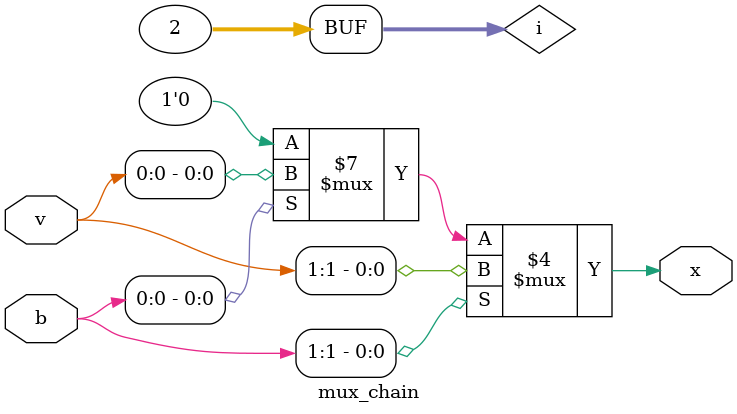
<source format=sv>
module mux_chain #(
    parameter WIDTH = 2
) (
    input   [WIDTH-1:0] b,
    input   [WIDTH-1:0] v,
    output logic        x
);

integer i;
always_comb begin
    x = 0; // default value
    for (i = 0; i < WIDTH; i=i+1) begin
        if (b[i]) begin
            x = v[i];
        end
    end
end

endmodule

</source>
